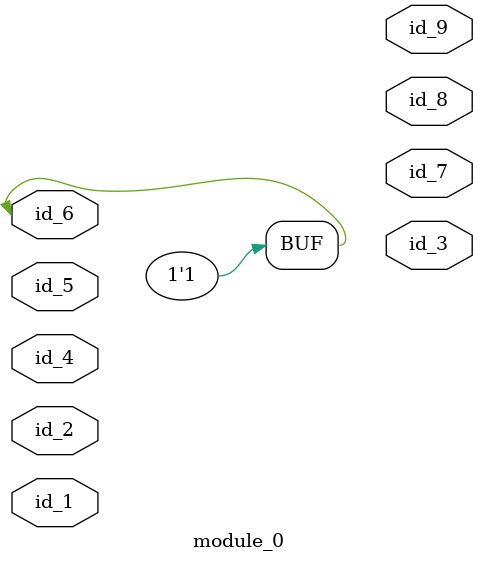
<source format=v>
module module_0 (
    id_1,
    id_2,
    id_3,
    id_4,
    id_5,
    id_6,
    id_7,
    id_8,
    id_9
);
  output id_9;
  output id_8;
  output id_7;
  inout id_6;
  input id_5;
  input id_4;
  output id_3;
  inout id_2;
  input id_1;
  assign id_6 = 1 + 1'b0;
endmodule

</source>
